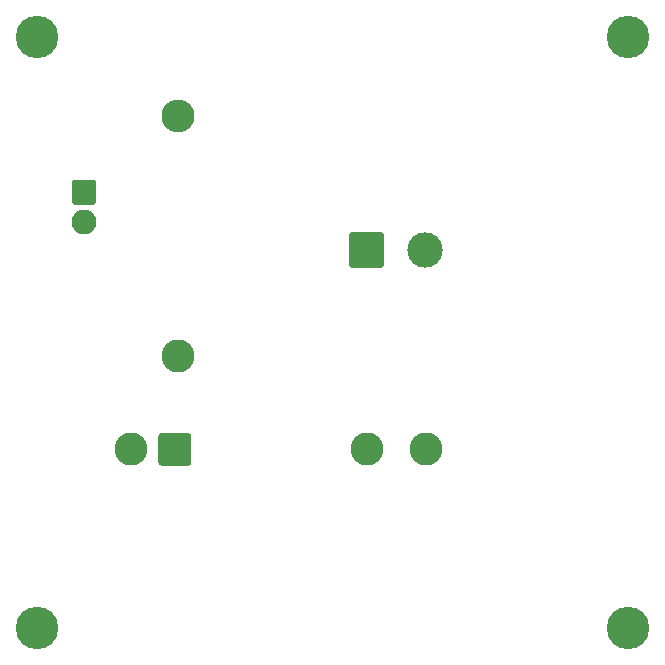
<source format=gbr>
%TF.GenerationSoftware,KiCad,Pcbnew,(5.1.9-0-10_14)*%
%TF.CreationDate,2021-02-20T17:05:10+00:00*%
%TF.ProjectId,SSR-PCB,5353522d-5043-4422-9e6b-696361645f70,rev?*%
%TF.SameCoordinates,Original*%
%TF.FileFunction,Soldermask,Top*%
%TF.FilePolarity,Negative*%
%FSLAX46Y46*%
G04 Gerber Fmt 4.6, Leading zero omitted, Abs format (unit mm)*
G04 Created by KiCad (PCBNEW (5.1.9-0-10_14)) date 2021-02-20 17:05:10*
%MOMM*%
%LPD*%
G01*
G04 APERTURE LIST*
%ADD10C,3.600000*%
%ADD11C,2.800000*%
%ADD12O,2.800000X2.800000*%
%ADD13C,3.000000*%
%ADD14O,2.100000X2.100000*%
G04 APERTURE END LIST*
D10*
%TO.C,REF\u002A\u002A*%
X-165000000Y-62000000D03*
%TD*%
%TO.C,REF\u002A\u002A*%
X-115000000Y-62000000D03*
%TD*%
%TO.C,REF\u002A\u002A*%
X-115000000Y-12000000D03*
%TD*%
%TO.C,REF\u002A\u002A*%
X-165000000Y-12000000D03*
%TD*%
%TO.C,SSR-Ithink1*%
G36*
G01*
X-154740000Y-47993800D02*
X-154740000Y-45776200D01*
G75*
G02*
X-154448800Y-45485000I291200J0D01*
G01*
X-152231200Y-45485000D01*
G75*
G02*
X-151940000Y-45776200I0J-291200D01*
G01*
X-151940000Y-47993800D01*
G75*
G02*
X-152231200Y-48285000I-291200J0D01*
G01*
X-154448800Y-48285000D01*
G75*
G02*
X-154740000Y-47993800I0J291200D01*
G01*
G37*
D11*
X-157090000Y-46885000D03*
X-137090000Y-46885000D03*
X-132090000Y-46885000D03*
%TD*%
D12*
%TO.C,Resistor_SSR1*%
X-153060000Y-18660000D03*
D11*
X-153060000Y-38980000D03*
%TD*%
D13*
%TO.C,J2*%
X-132120000Y-29990000D03*
G36*
G01*
X-138620000Y-31290000D02*
X-138620000Y-28690000D01*
G75*
G02*
X-138420000Y-28490000I200000J0D01*
G01*
X-135820000Y-28490000D01*
G75*
G02*
X-135620000Y-28690000I0J-200000D01*
G01*
X-135620000Y-31290000D01*
G75*
G02*
X-135820000Y-31490000I-200000J0D01*
G01*
X-138420000Y-31490000D01*
G75*
G02*
X-138620000Y-31290000I0J200000D01*
G01*
G37*
%TD*%
D14*
%TO.C,J1*%
X-161030000Y-27660000D03*
G36*
G01*
X-162080000Y-25970000D02*
X-162080000Y-24270000D01*
G75*
G02*
X-161880000Y-24070000I200000J0D01*
G01*
X-160180000Y-24070000D01*
G75*
G02*
X-159980000Y-24270000I0J-200000D01*
G01*
X-159980000Y-25970000D01*
G75*
G02*
X-160180000Y-26170000I-200000J0D01*
G01*
X-161880000Y-26170000D01*
G75*
G02*
X-162080000Y-25970000I0J200000D01*
G01*
G37*
%TD*%
M02*

</source>
